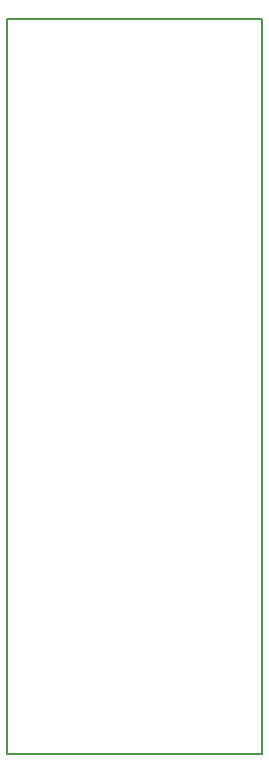
<source format=gbr>
G04 #@! TF.FileFunction,Profile,NP*
%FSLAX46Y46*%
G04 Gerber Fmt 4.6, Leading zero omitted, Abs format (unit mm)*
G04 Created by KiCad (PCBNEW 4.0.7) date 07/20/18 22:40:28*
%MOMM*%
%LPD*%
G01*
G04 APERTURE LIST*
%ADD10C,0.100000*%
%ADD11C,0.150000*%
G04 APERTURE END LIST*
D10*
D11*
X120015000Y-153670000D02*
X98425000Y-153670000D01*
X120015000Y-91440000D02*
X120015000Y-153670000D01*
X98425000Y-91440000D02*
X120015000Y-91440000D01*
X98425000Y-153670000D02*
X98425000Y-91440000D01*
M02*

</source>
